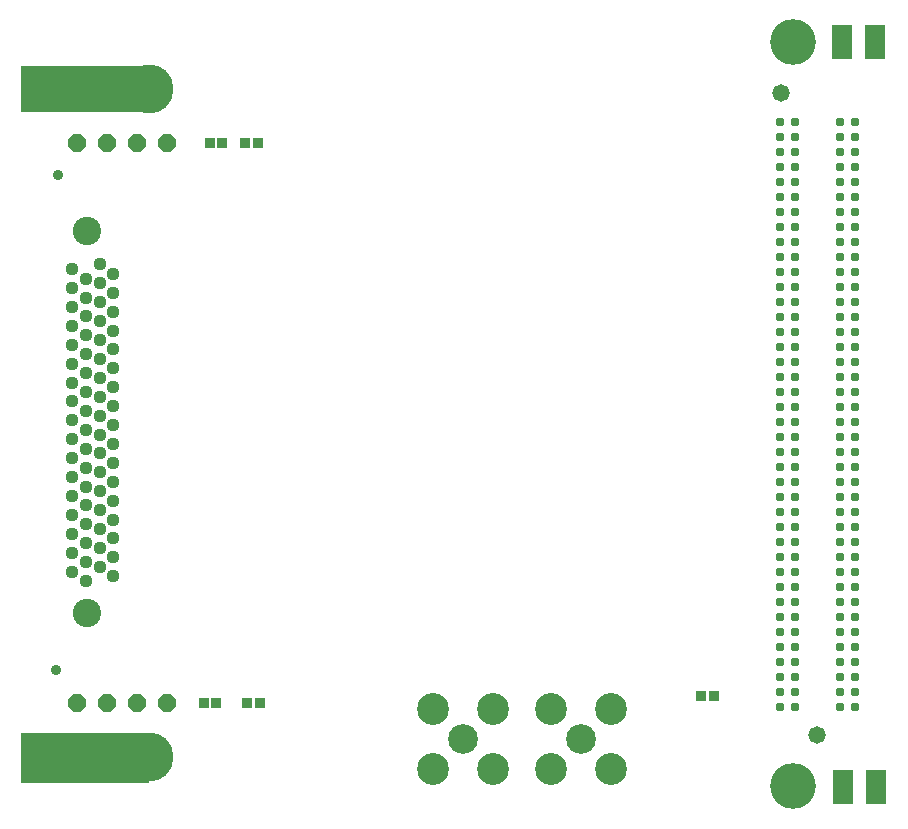
<source format=gts>
G75*
%MOIN*%
%OFA0B0*%
%FSLAX25Y25*%
%IPPOS*%
%LPD*%
%AMOC8*
5,1,8,0,0,1.08239X$1,22.5*
%
%ADD10C,0.16348*%
%ADD11R,0.42520X0.16732*%
%ADD12R,0.42520X0.15748*%
%ADD13C,0.04439*%
%ADD14C,0.09458*%
%ADD15C,0.03553*%
%ADD16OC8,0.05915*%
%ADD17R,0.03300X0.03600*%
%ADD18C,0.09900*%
%ADD19C,0.10650*%
%ADD20C,0.15200*%
%ADD21C,0.05800*%
%ADD22C,0.03100*%
%ADD23R,0.07100X0.11600*%
D10*
X0120882Y0070094D03*
X0120882Y0292732D03*
D11*
X0099819Y0069602D03*
D12*
X0099819Y0292732D03*
D13*
X0104543Y0234268D03*
X0109071Y0231118D03*
X0104543Y0227969D03*
X0100016Y0229543D03*
X0095488Y0226394D03*
X0100016Y0223244D03*
X0104543Y0221669D03*
X0109071Y0218520D03*
X0104543Y0215370D03*
X0100016Y0216945D03*
X0095488Y0220094D03*
X0095488Y0213795D03*
X0100016Y0210646D03*
X0104543Y0209071D03*
X0109071Y0212220D03*
X0109071Y0205921D03*
X0104543Y0202772D03*
X0100016Y0204346D03*
X0095488Y0201197D03*
X0100016Y0198047D03*
X0104543Y0196472D03*
X0109071Y0193323D03*
X0104543Y0190173D03*
X0100016Y0191748D03*
X0095488Y0188598D03*
X0100016Y0185449D03*
X0104543Y0183874D03*
X0109071Y0180724D03*
X0104543Y0177575D03*
X0100016Y0179150D03*
X0095488Y0182299D03*
X0095488Y0176000D03*
X0100016Y0172850D03*
X0104543Y0171276D03*
X0109071Y0174425D03*
X0109071Y0168126D03*
X0104543Y0164976D03*
X0100016Y0166551D03*
X0095488Y0163402D03*
X0100016Y0160252D03*
X0104543Y0158677D03*
X0109071Y0155528D03*
X0104543Y0152378D03*
X0100016Y0153953D03*
X0095488Y0157102D03*
X0095488Y0150803D03*
X0100016Y0147654D03*
X0104543Y0146079D03*
X0109071Y0149228D03*
X0109071Y0142929D03*
X0104543Y0139780D03*
X0100016Y0141354D03*
X0095488Y0138205D03*
X0100016Y0135055D03*
X0104543Y0133480D03*
X0109071Y0130331D03*
X0109071Y0136630D03*
X0100016Y0128756D03*
X0095488Y0131906D03*
X0095488Y0144504D03*
X0109071Y0161827D03*
X0095488Y0169701D03*
X0109071Y0187024D03*
X0095488Y0194898D03*
X0109071Y0199622D03*
X0095488Y0207496D03*
X0109071Y0224819D03*
X0095488Y0232693D03*
D14*
X0100213Y0245429D03*
X0100213Y0118028D03*
D15*
X0089858Y0099189D03*
X0090764Y0264150D03*
D16*
X0096906Y0274819D03*
X0106906Y0274819D03*
X0116906Y0274819D03*
X0126906Y0274819D03*
X0126906Y0088205D03*
X0116906Y0088205D03*
X0106906Y0088205D03*
X0096906Y0088205D03*
D17*
X0139254Y0088205D03*
X0143454Y0088205D03*
X0153821Y0088205D03*
X0158021Y0088205D03*
X0305002Y0090567D03*
X0309202Y0090567D03*
X0157234Y0274819D03*
X0153034Y0274819D03*
X0145423Y0274819D03*
X0141223Y0274819D03*
D18*
X0225606Y0076000D03*
X0264976Y0076000D03*
D19*
X0254976Y0086000D03*
X0235606Y0086000D03*
X0215606Y0086000D03*
X0215606Y0066000D03*
X0235606Y0066000D03*
X0254976Y0066000D03*
X0274976Y0066000D03*
X0274976Y0086000D03*
D20*
X0335717Y0060268D03*
X0335717Y0308268D03*
D21*
X0331717Y0291318D03*
X0343717Y0077318D03*
D22*
X0351217Y0086768D03*
X0356217Y0086768D03*
X0356217Y0091768D03*
X0356217Y0096768D03*
X0356217Y0101768D03*
X0356217Y0106768D03*
X0351217Y0106768D03*
X0351217Y0101768D03*
X0351217Y0096768D03*
X0351217Y0091768D03*
X0336217Y0091768D03*
X0336217Y0096768D03*
X0336217Y0101768D03*
X0336217Y0106768D03*
X0331217Y0106768D03*
X0331217Y0101768D03*
X0331217Y0096768D03*
X0331217Y0091768D03*
X0331217Y0086768D03*
X0336217Y0086768D03*
X0336217Y0111768D03*
X0336217Y0116768D03*
X0336217Y0121768D03*
X0331217Y0121768D03*
X0331217Y0116768D03*
X0331217Y0111768D03*
X0351217Y0111768D03*
X0356217Y0111768D03*
X0356217Y0116768D03*
X0356217Y0121768D03*
X0351217Y0121768D03*
X0351217Y0116768D03*
X0351217Y0126768D03*
X0356217Y0126768D03*
X0356217Y0131768D03*
X0356217Y0136768D03*
X0356217Y0141768D03*
X0351217Y0141768D03*
X0351217Y0136768D03*
X0351217Y0131768D03*
X0336217Y0131768D03*
X0336217Y0136768D03*
X0336217Y0141768D03*
X0331217Y0141768D03*
X0331217Y0136768D03*
X0331217Y0131768D03*
X0331217Y0126768D03*
X0336217Y0126768D03*
X0336217Y0146768D03*
X0336217Y0151768D03*
X0336217Y0156768D03*
X0336217Y0161768D03*
X0331217Y0161768D03*
X0331217Y0156768D03*
X0331217Y0151768D03*
X0331217Y0146768D03*
X0351217Y0146768D03*
X0356217Y0146768D03*
X0356217Y0151768D03*
X0356217Y0156768D03*
X0356217Y0161768D03*
X0351217Y0161768D03*
X0351217Y0156768D03*
X0351217Y0151768D03*
X0351217Y0166768D03*
X0356217Y0166768D03*
X0356217Y0171768D03*
X0356217Y0176768D03*
X0356217Y0181768D03*
X0351217Y0181768D03*
X0351217Y0176768D03*
X0351217Y0171768D03*
X0336217Y0171768D03*
X0336217Y0176768D03*
X0336217Y0181768D03*
X0331217Y0181768D03*
X0331217Y0176768D03*
X0331217Y0171768D03*
X0331217Y0166768D03*
X0336217Y0166768D03*
X0336217Y0186768D03*
X0336217Y0191768D03*
X0336217Y0196768D03*
X0336217Y0201768D03*
X0331217Y0201768D03*
X0331217Y0196768D03*
X0331217Y0191768D03*
X0331217Y0186768D03*
X0351217Y0186768D03*
X0356217Y0186768D03*
X0356217Y0191768D03*
X0356217Y0196768D03*
X0356217Y0201768D03*
X0351217Y0201768D03*
X0351217Y0196768D03*
X0351217Y0191768D03*
X0351217Y0206768D03*
X0356217Y0206768D03*
X0356217Y0211768D03*
X0356217Y0216768D03*
X0356217Y0221768D03*
X0351217Y0221768D03*
X0351217Y0216768D03*
X0351217Y0211768D03*
X0336217Y0211768D03*
X0336217Y0216768D03*
X0336217Y0221768D03*
X0331217Y0221768D03*
X0331217Y0216768D03*
X0331217Y0211768D03*
X0331217Y0206768D03*
X0336217Y0206768D03*
X0336217Y0226768D03*
X0336217Y0231768D03*
X0336217Y0236768D03*
X0331217Y0236768D03*
X0331217Y0231768D03*
X0331217Y0226768D03*
X0351217Y0226768D03*
X0356217Y0226768D03*
X0356217Y0231768D03*
X0356217Y0236768D03*
X0351217Y0236768D03*
X0351217Y0231768D03*
X0351217Y0241768D03*
X0356217Y0241768D03*
X0356217Y0246768D03*
X0356217Y0251768D03*
X0356217Y0256768D03*
X0351217Y0256768D03*
X0351217Y0251768D03*
X0351217Y0246768D03*
X0336217Y0246768D03*
X0336217Y0251768D03*
X0336217Y0256768D03*
X0331217Y0256768D03*
X0331217Y0251768D03*
X0331217Y0246768D03*
X0331217Y0241768D03*
X0336217Y0241768D03*
X0336217Y0261768D03*
X0336217Y0266768D03*
X0336217Y0271768D03*
X0336217Y0276768D03*
X0331217Y0276768D03*
X0331217Y0271768D03*
X0331217Y0266768D03*
X0331217Y0261768D03*
X0351217Y0261768D03*
X0356217Y0261768D03*
X0356217Y0266768D03*
X0356217Y0271768D03*
X0356217Y0276768D03*
X0351217Y0276768D03*
X0351217Y0271768D03*
X0351217Y0266768D03*
X0351217Y0281768D03*
X0356217Y0281768D03*
X0336217Y0281768D03*
X0331217Y0281768D03*
D23*
X0351996Y0308283D03*
X0362996Y0308283D03*
X0363390Y0060252D03*
X0352390Y0060252D03*
M02*

</source>
